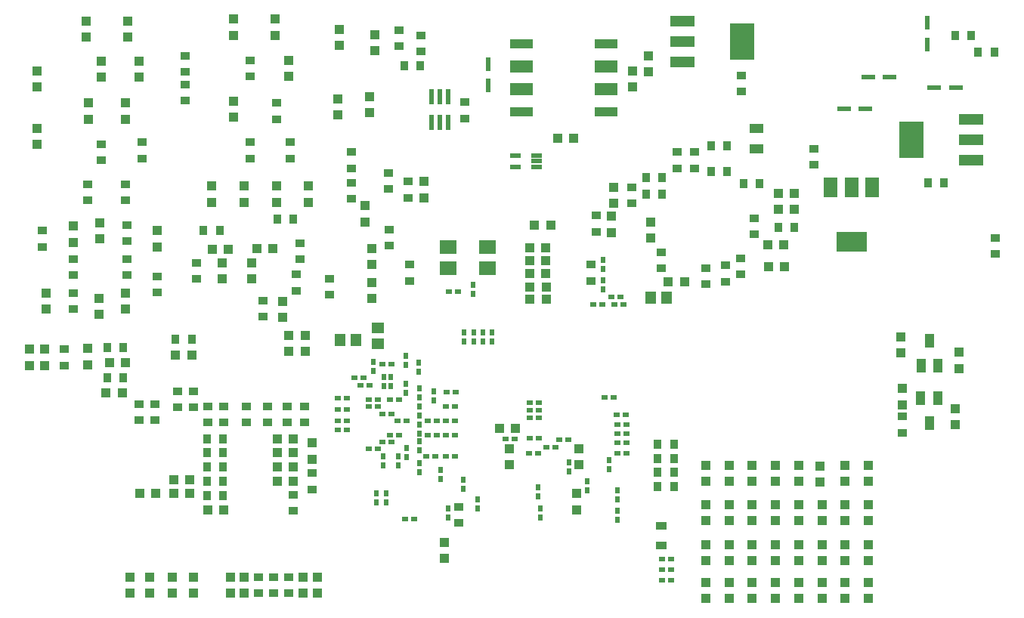
<source format=gbp>
G04 Layer_Color=128*
%FSLAX44Y44*%
%MOMM*%
G71*
G01*
G75*
%ADD28R,0.6000X1.5000*%
%ADD38R,1.5000X0.6000*%
%ADD100R,0.6000X1.8000*%
%ADD102R,2.7000X4.1000*%
%ADD103R,2.7000X1.3000*%
%ADD114R,0.6500X0.5500*%
%ADD115R,1.2430X1.3700*%
%ADD116R,1.1000X1.1000*%
%ADD118R,1.1000X0.9000*%
%ADD119R,0.9000X1.1000*%
%ADD120R,1.1000X1.1000*%
%ADD136R,1.3000X0.5000*%
%ADD169R,1.9000X1.5000*%
%ADD171R,1.5000X1.1000*%
%ADD174R,1.5000X2.3000*%
%ADD175R,3.4000X2.3000*%
%ADD176R,2.6000X1.1160*%
%ADD177R,2.6000X1.3700*%
%ADD178R,1.1000X1.6000*%
%ADD179R,0.5500X0.6500*%
%ADD180R,1.3700X1.2430*%
%ADD181R,1.3000X0.9000*%
D28*
X800000Y1290008D02*
D03*
Y1265992D02*
D03*
X1292000Y1336008D02*
D03*
Y1311992D02*
D03*
D38*
X1299992Y1263000D02*
D03*
X1324008D02*
D03*
X1225992Y1275000D02*
D03*
X1250008D02*
D03*
X1223000Y1240000D02*
D03*
X1198984D02*
D03*
D100*
X736500Y1253224D02*
D03*
X746000D02*
D03*
X755500D02*
D03*
Y1224776D02*
D03*
X746000D02*
D03*
X736500D02*
D03*
D102*
X1274551Y1205000D02*
D03*
X1084449Y1315000D02*
D03*
D103*
X1341084Y1182000D02*
D03*
Y1205000D02*
D03*
Y1228000D02*
D03*
X1017916Y1338000D02*
D03*
Y1315000D02*
D03*
Y1292000D02*
D03*
D114*
X948330Y1029250D02*
D03*
X938170D02*
D03*
X918170Y1020750D02*
D03*
X928330D02*
D03*
X691830Y953250D02*
D03*
X681670D02*
D03*
X642080Y915000D02*
D03*
X631920D02*
D03*
X819620Y869900D02*
D03*
X829780D02*
D03*
X762830Y873750D02*
D03*
X752670D02*
D03*
X951580Y1020750D02*
D03*
X941420D02*
D03*
X716987Y779563D02*
D03*
X706827D02*
D03*
X642080Y903000D02*
D03*
X631920D02*
D03*
X642080Y890000D02*
D03*
X631920D02*
D03*
X642080Y880000D02*
D03*
X631920D02*
D03*
X994920Y735000D02*
D03*
X1005080D02*
D03*
X994920Y723000D02*
D03*
X1005080D02*
D03*
X995000Y711000D02*
D03*
X1005160D02*
D03*
X766080Y1035000D02*
D03*
X755920D02*
D03*
X845920Y853500D02*
D03*
X856080D02*
D03*
X890080Y868500D02*
D03*
X879920D02*
D03*
X945170Y875250D02*
D03*
X955330D02*
D03*
X865170Y860750D02*
D03*
X875330D02*
D03*
X930420Y916000D02*
D03*
X940580D02*
D03*
X944420Y896750D02*
D03*
X954580D02*
D03*
X856830Y893000D02*
D03*
X846670D02*
D03*
X856830Y910000D02*
D03*
X846670D02*
D03*
X944920Y865000D02*
D03*
X955080D02*
D03*
X944920Y853500D02*
D03*
X955080D02*
D03*
X944920Y885500D02*
D03*
X955080D02*
D03*
X856580Y870250D02*
D03*
X846420D02*
D03*
X856830Y901500D02*
D03*
X846670D02*
D03*
X666670Y858250D02*
D03*
X676830D02*
D03*
X730420Y850000D02*
D03*
X740580D02*
D03*
X676080Y906000D02*
D03*
X665920D02*
D03*
X660580Y938000D02*
D03*
X650420D02*
D03*
X691830Y898000D02*
D03*
X681670D02*
D03*
X667330Y929750D02*
D03*
X657170D02*
D03*
X742830Y874000D02*
D03*
X732670D02*
D03*
X742580Y890000D02*
D03*
X732420D02*
D03*
X698170D02*
D03*
X708330D02*
D03*
X691580Y866000D02*
D03*
X681420D02*
D03*
X689920Y874000D02*
D03*
X700080D02*
D03*
X689670Y914000D02*
D03*
X699830D02*
D03*
X676080D02*
D03*
X665920D02*
D03*
X763830Y922000D02*
D03*
X753670D02*
D03*
X762580Y906000D02*
D03*
X752420D02*
D03*
X762580Y850000D02*
D03*
X752420D02*
D03*
X762580Y889750D02*
D03*
X752420D02*
D03*
D115*
X1000199Y1028123D02*
D03*
X982419D02*
D03*
X651949Y980873D02*
D03*
X634169D02*
D03*
D116*
X865000Y1040250D02*
D03*
X847000D02*
D03*
X1113000Y1087000D02*
D03*
X1131000D02*
D03*
X1114000Y1063000D02*
D03*
X1132000D02*
D03*
X812450Y881550D02*
D03*
X830450D02*
D03*
X846750Y1069500D02*
D03*
X864750D02*
D03*
X865000Y1026250D02*
D03*
X847000D02*
D03*
X846750Y1054750D02*
D03*
X864750D02*
D03*
X1143000Y1145000D02*
D03*
X1125000D02*
D03*
X1143000Y1127000D02*
D03*
X1125000D02*
D03*
X1002000Y1046000D02*
D03*
X1020000D02*
D03*
X577000Y968000D02*
D03*
X595000D02*
D03*
X577000Y986000D02*
D03*
X595000D02*
D03*
X448000Y824000D02*
D03*
X466000D02*
D03*
X410000Y809000D02*
D03*
X428000D02*
D03*
X448000D02*
D03*
X466000D02*
D03*
X468000Y964000D02*
D03*
X450000D02*
D03*
X486000Y790000D02*
D03*
X504000D02*
D03*
X390000Y921000D02*
D03*
X372000D02*
D03*
X394000Y955000D02*
D03*
X376000D02*
D03*
X582000Y822000D02*
D03*
X564000D02*
D03*
X582000Y838000D02*
D03*
X564000D02*
D03*
X582000Y854000D02*
D03*
X564000D02*
D03*
X582000Y870000D02*
D03*
X564000D02*
D03*
X878000Y1207000D02*
D03*
X896000D02*
D03*
X559000Y1083000D02*
D03*
X541000D02*
D03*
X846750Y1083750D02*
D03*
X864750D02*
D03*
X852000Y1109000D02*
D03*
X870000D02*
D03*
X491000Y1082000D02*
D03*
X509000D02*
D03*
D118*
X577000Y715000D02*
D03*
Y697000D02*
D03*
X543000D02*
D03*
Y715000D02*
D03*
X560000D02*
D03*
Y697000D02*
D03*
X602750Y813250D02*
D03*
Y831250D02*
D03*
X1264250Y894750D02*
D03*
Y876750D02*
D03*
X766750Y793500D02*
D03*
Y775500D02*
D03*
X915000Y1047000D02*
D03*
Y1065000D02*
D03*
X1012000Y1173000D02*
D03*
Y1191000D02*
D03*
X994000Y1079000D02*
D03*
Y1061000D02*
D03*
X961000Y1152000D02*
D03*
Y1134000D02*
D03*
X1083000Y1054000D02*
D03*
Y1072000D02*
D03*
X582000Y789000D02*
D03*
Y807000D02*
D03*
X689000Y1104000D02*
D03*
Y1086000D02*
D03*
X688000Y1168000D02*
D03*
Y1150000D02*
D03*
X700000Y1328000D02*
D03*
Y1310000D02*
D03*
X470000Y905000D02*
D03*
Y923000D02*
D03*
X452000D02*
D03*
Y905000D02*
D03*
X529000Y888000D02*
D03*
Y906000D02*
D03*
X575000D02*
D03*
Y888000D02*
D03*
X594000D02*
D03*
Y906000D02*
D03*
X553000D02*
D03*
Y888000D02*
D03*
X486000Y906000D02*
D03*
Y888000D02*
D03*
X504000Y906000D02*
D03*
Y888000D02*
D03*
X427000Y891000D02*
D03*
Y909000D02*
D03*
X409000D02*
D03*
Y891000D02*
D03*
X563000Y1246000D02*
D03*
Y1228000D02*
D03*
X578000Y1202000D02*
D03*
Y1184000D02*
D03*
X533000D02*
D03*
Y1202000D02*
D03*
Y1276000D02*
D03*
Y1294000D02*
D03*
X460500Y1249000D02*
D03*
Y1267000D02*
D03*
Y1281000D02*
D03*
Y1299000D02*
D03*
X473000Y1067000D02*
D03*
Y1049000D02*
D03*
X395226Y1091100D02*
D03*
Y1109100D02*
D03*
X335000Y1032900D02*
D03*
Y1014900D02*
D03*
X351000Y1137000D02*
D03*
Y1155000D02*
D03*
X394000Y1137000D02*
D03*
Y1155000D02*
D03*
X412000Y1184000D02*
D03*
Y1202000D02*
D03*
X367000Y1182000D02*
D03*
Y1200000D02*
D03*
X774000Y1247000D02*
D03*
Y1229000D02*
D03*
X1368000Y1077000D02*
D03*
Y1095000D02*
D03*
X1084000Y1259000D02*
D03*
Y1277000D02*
D03*
X1165000Y1177000D02*
D03*
Y1195000D02*
D03*
X1066000Y1064000D02*
D03*
Y1046000D02*
D03*
X429000Y1034000D02*
D03*
Y1052000D02*
D03*
X325000Y970000D02*
D03*
Y952000D02*
D03*
X395000Y1071000D02*
D03*
Y1053000D02*
D03*
X589000Y1089000D02*
D03*
Y1071000D02*
D03*
X548000Y1007000D02*
D03*
Y1025000D02*
D03*
X725000Y1322000D02*
D03*
Y1304000D02*
D03*
X1031000Y1173000D02*
D03*
Y1191000D02*
D03*
X301000Y1085000D02*
D03*
Y1103000D02*
D03*
X335000Y1071000D02*
D03*
Y1053000D02*
D03*
X585000Y1036000D02*
D03*
Y1054000D02*
D03*
X622000Y1049000D02*
D03*
Y1031000D02*
D03*
X710000Y1140000D02*
D03*
Y1158000D02*
D03*
X647000Y1157000D02*
D03*
Y1139000D02*
D03*
Y1173000D02*
D03*
Y1191000D02*
D03*
X1044000Y1043000D02*
D03*
Y1061000D02*
D03*
X1098000Y1099000D02*
D03*
Y1117000D02*
D03*
X712000Y1065000D02*
D03*
Y1047000D02*
D03*
X921000Y1102000D02*
D03*
Y1120000D02*
D03*
D119*
X1086000Y1156000D02*
D03*
X1104000D02*
D03*
X1125000Y1107000D02*
D03*
X1143000D02*
D03*
X995000Y1163000D02*
D03*
X977000D02*
D03*
Y1144000D02*
D03*
X995000D02*
D03*
X468000Y981000D02*
D03*
X450000D02*
D03*
X485000Y806000D02*
D03*
X503000D02*
D03*
X391000Y972000D02*
D03*
X373000D02*
D03*
X391000Y938000D02*
D03*
X373000D02*
D03*
X503000Y870000D02*
D03*
X485000D02*
D03*
X503000Y822000D02*
D03*
X485000D02*
D03*
X503000Y838000D02*
D03*
X485000D02*
D03*
X503000Y854000D02*
D03*
X485000D02*
D03*
X706000Y1288000D02*
D03*
X724000D02*
D03*
X1367000Y1303000D02*
D03*
X1349000D02*
D03*
X1341000Y1322000D02*
D03*
X1323000D02*
D03*
X1293000Y1157000D02*
D03*
X1311000D02*
D03*
X1050000Y1169000D02*
D03*
X1068000D02*
D03*
X1050000Y1198000D02*
D03*
X1068000D02*
D03*
X582000Y1116000D02*
D03*
X564000D02*
D03*
X1008000Y864000D02*
D03*
X990000D02*
D03*
X1008000Y848000D02*
D03*
X990000D02*
D03*
X1008000Y816000D02*
D03*
X990000D02*
D03*
X1008000Y832000D02*
D03*
X990000D02*
D03*
X499250Y1103000D02*
D03*
X481250D02*
D03*
D120*
X609000Y697000D02*
D03*
Y715000D02*
D03*
X593000Y697000D02*
D03*
Y715000D02*
D03*
X511000Y697000D02*
D03*
Y715000D02*
D03*
X527000Y697000D02*
D03*
Y715000D02*
D03*
X1264250Y908000D02*
D03*
Y926000D02*
D03*
X751250Y753500D02*
D03*
Y735500D02*
D03*
X1044000Y796000D02*
D03*
Y778000D02*
D03*
X1044000Y751000D02*
D03*
Y733000D02*
D03*
X1070000Y796000D02*
D03*
Y778000D02*
D03*
Y840000D02*
D03*
Y822000D02*
D03*
X1096000Y796000D02*
D03*
Y778000D02*
D03*
Y840000D02*
D03*
Y822000D02*
D03*
X1122000Y691000D02*
D03*
Y709000D02*
D03*
X1122000Y840000D02*
D03*
Y822000D02*
D03*
X1148000Y796000D02*
D03*
Y778000D02*
D03*
Y840000D02*
D03*
Y822000D02*
D03*
X1174000Y796000D02*
D03*
Y778000D02*
D03*
X1172000Y839000D02*
D03*
Y821000D02*
D03*
X1200000Y796000D02*
D03*
Y778000D02*
D03*
X1200000Y751000D02*
D03*
Y733000D02*
D03*
X1226000Y796000D02*
D03*
Y778000D02*
D03*
Y840000D02*
D03*
Y822000D02*
D03*
X1043973Y709000D02*
D03*
Y691000D02*
D03*
X1044000Y822000D02*
D03*
Y840000D02*
D03*
X1070000Y709072D02*
D03*
Y691072D02*
D03*
X1069973Y733000D02*
D03*
Y751000D02*
D03*
X1096000Y709000D02*
D03*
Y691000D02*
D03*
Y733000D02*
D03*
Y751000D02*
D03*
X1122000Y778000D02*
D03*
Y796000D02*
D03*
X1122000Y733000D02*
D03*
Y751000D02*
D03*
X1147973Y709000D02*
D03*
Y691000D02*
D03*
X1148000Y733000D02*
D03*
Y751000D02*
D03*
X1173973Y709000D02*
D03*
Y691000D02*
D03*
X1174000Y733000D02*
D03*
Y751000D02*
D03*
X1199973Y709000D02*
D03*
Y691000D02*
D03*
X1200000Y822000D02*
D03*
Y840000D02*
D03*
X1225974Y709000D02*
D03*
Y691000D02*
D03*
X1226000Y733000D02*
D03*
Y751000D02*
D03*
X603000Y865000D02*
D03*
Y847000D02*
D03*
X670000Y1065000D02*
D03*
Y1083000D02*
D03*
X673000Y1305000D02*
D03*
Y1323000D02*
D03*
X962000Y1282000D02*
D03*
Y1264000D02*
D03*
X599000Y1153000D02*
D03*
Y1135000D02*
D03*
X490000D02*
D03*
Y1153000D02*
D03*
X527000D02*
D03*
Y1135000D02*
D03*
X563000D02*
D03*
Y1153000D02*
D03*
X515000Y1248000D02*
D03*
Y1230000D02*
D03*
X577000Y1294000D02*
D03*
Y1276000D02*
D03*
X561000Y1322000D02*
D03*
Y1340000D02*
D03*
X515000Y1322000D02*
D03*
Y1340000D02*
D03*
X429000Y1085000D02*
D03*
Y1103000D02*
D03*
X394000Y1015000D02*
D03*
Y1033000D02*
D03*
X351000Y953000D02*
D03*
Y971000D02*
D03*
X350000Y1320000D02*
D03*
Y1338000D02*
D03*
X295000Y1264000D02*
D03*
Y1282000D02*
D03*
X367000Y1275000D02*
D03*
Y1293000D02*
D03*
X303000Y952000D02*
D03*
Y970000D02*
D03*
X286000Y952000D02*
D03*
Y970000D02*
D03*
X364000Y1009000D02*
D03*
Y1027000D02*
D03*
X295000Y1200000D02*
D03*
Y1218000D02*
D03*
X365000Y1094000D02*
D03*
Y1112000D02*
D03*
X396000Y1338000D02*
D03*
Y1320000D02*
D03*
X394000Y1246000D02*
D03*
Y1228000D02*
D03*
X409000Y1293000D02*
D03*
Y1275000D02*
D03*
X352000Y1246000D02*
D03*
Y1228000D02*
D03*
X335000Y1090000D02*
D03*
Y1108000D02*
D03*
X304500Y1033250D02*
D03*
Y1015250D02*
D03*
X662000Y1113000D02*
D03*
Y1131000D02*
D03*
X728000Y1158000D02*
D03*
Y1140000D02*
D03*
X980000Y1281000D02*
D03*
Y1299000D02*
D03*
X941000Y1134000D02*
D03*
Y1152000D02*
D03*
X633434Y1310907D02*
D03*
Y1328907D02*
D03*
X632000Y1232500D02*
D03*
Y1250500D02*
D03*
X399000Y715000D02*
D03*
Y697000D02*
D03*
X421000Y715000D02*
D03*
Y697000D02*
D03*
X446000Y715000D02*
D03*
Y697000D02*
D03*
X470000Y715000D02*
D03*
Y697000D02*
D03*
X535000Y1049000D02*
D03*
Y1067000D02*
D03*
X502000Y1049000D02*
D03*
Y1067000D02*
D03*
X670000Y1045000D02*
D03*
Y1027000D02*
D03*
X570000Y1024000D02*
D03*
Y1006000D02*
D03*
X667250Y1253000D02*
D03*
Y1235000D02*
D03*
X982000Y1113000D02*
D03*
Y1095000D02*
D03*
X898800Y790400D02*
D03*
Y808400D02*
D03*
X938000Y1119000D02*
D03*
Y1101000D02*
D03*
X824100Y858600D02*
D03*
Y840600D02*
D03*
X901300Y858800D02*
D03*
Y840800D02*
D03*
X1262500Y966000D02*
D03*
Y984000D02*
D03*
X1323250Y885750D02*
D03*
Y903750D02*
D03*
X1327250Y966750D02*
D03*
Y948750D02*
D03*
D136*
X830696Y1187500D02*
D03*
Y1174500D02*
D03*
X854000D02*
D03*
Y1181000D02*
D03*
Y1187500D02*
D03*
D169*
X755000Y1085000D02*
D03*
X799000D02*
D03*
X755000Y1061000D02*
D03*
X799000D02*
D03*
D171*
X1101000Y1194570D02*
D03*
Y1217430D02*
D03*
D174*
X1184000Y1151750D02*
D03*
X1207000D02*
D03*
X1230000D02*
D03*
D175*
X1207000Y1090250D02*
D03*
D176*
X837650Y1236250D02*
D03*
X932350D02*
D03*
X837650Y1312450D02*
D03*
X932350D02*
D03*
D177*
X837650Y1261650D02*
D03*
Y1287050D02*
D03*
X932350Y1261650D02*
D03*
Y1287050D02*
D03*
D178*
X1303750Y915680D02*
D03*
X1284750D02*
D03*
X1294250Y887820D02*
D03*
X1285250Y952070D02*
D03*
X1304250D02*
D03*
X1294750Y979930D02*
D03*
D179*
X708000Y952920D02*
D03*
Y963080D02*
D03*
X929000Y1047080D02*
D03*
Y1036920D02*
D03*
X794250Y989080D02*
D03*
Y978920D02*
D03*
X783813Y979013D02*
D03*
Y989173D02*
D03*
X804250Y978920D02*
D03*
Y989080D02*
D03*
X773250D02*
D03*
Y978920D02*
D03*
X755000Y781920D02*
D03*
Y792080D02*
D03*
X772000Y824080D02*
D03*
Y813920D02*
D03*
X675000Y809080D02*
D03*
Y798920D02*
D03*
X686000Y809080D02*
D03*
Y798920D02*
D03*
X788500Y802080D02*
D03*
Y791920D02*
D03*
X783000Y1042080D02*
D03*
Y1031920D02*
D03*
X944500Y812080D02*
D03*
Y801920D02*
D03*
X911250Y811670D02*
D03*
Y821830D02*
D03*
X890750Y833670D02*
D03*
Y843830D02*
D03*
X858500Y791580D02*
D03*
Y781420D02*
D03*
X856250Y805670D02*
D03*
Y815830D02*
D03*
X935250Y835920D02*
D03*
Y846080D02*
D03*
X944500Y789080D02*
D03*
Y778920D02*
D03*
X723000Y842830D02*
D03*
Y832670D02*
D03*
Y857170D02*
D03*
Y867330D02*
D03*
X682750Y850330D02*
D03*
Y840170D02*
D03*
X683000Y928920D02*
D03*
Y939080D02*
D03*
X671000Y945920D02*
D03*
Y956080D02*
D03*
X723250Y875920D02*
D03*
Y886080D02*
D03*
X699000Y850330D02*
D03*
Y840170D02*
D03*
X723250Y906330D02*
D03*
Y896170D02*
D03*
X708500Y849170D02*
D03*
Y859330D02*
D03*
X707750Y931080D02*
D03*
Y920920D02*
D03*
X739000Y923080D02*
D03*
Y912920D02*
D03*
X723000Y926080D02*
D03*
Y915920D02*
D03*
X691000Y929170D02*
D03*
Y939330D02*
D03*
X929000Y1060170D02*
D03*
Y1070330D02*
D03*
X747000Y825170D02*
D03*
Y835330D02*
D03*
X722000Y955330D02*
D03*
Y945170D02*
D03*
D180*
X676127Y993949D02*
D03*
Y976169D02*
D03*
D181*
X994000Y750000D02*
D03*
Y772000D02*
D03*
M02*

</source>
